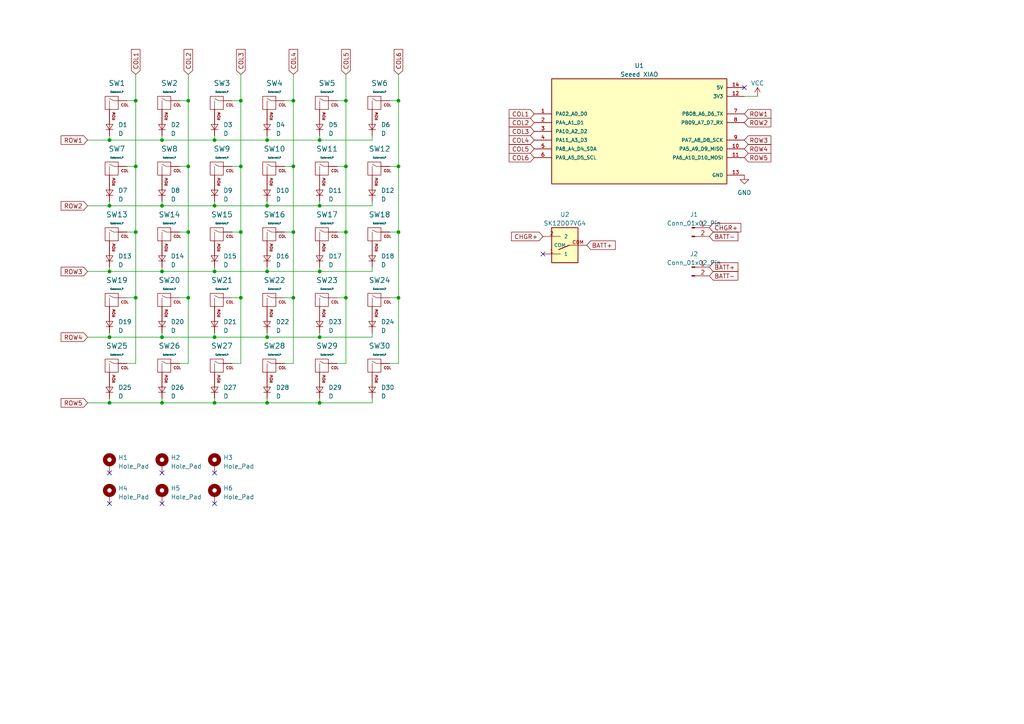
<source format=kicad_sch>
(kicad_sch (version 20230121) (generator eeschema)
  (paper "A4")
  (lib_symbols
    (symbol "Connector:Conn_01x02_Pin" (pin_names (offset 1.016) hide)
      (property "Reference" "J" (at 0 2.54 0))
      (property "Value" "Conn_01x02_Pin" (at 0 -5.08 0))
      (symbol "Conn_01x02_Pin_1_1"
        (polyline (pts (xy 1.27 -2.54) (xy 0.8636 -2.54)) (stroke (width 0.1524)))
        (polyline (pts (xy 1.27 0) (xy 0.8636 0)) (stroke (width 0.1524)))
        (rectangle (start 0.8636 -2.413) (end 0 -2.667) (stroke (width 0.1524)) (fill (type outline)))
        (rectangle (start 0.8636 0.127) (end 0 -0.127) (stroke (width 0.1524)) (fill (type outline)))
        (pin passive line (at 5.08 0 180) (length 3.81) (name "Pin_1") (number "1"))
        (pin passive line (at 5.08 -2.54 180) (length 3.81) (name "Pin_2") (number "2"))
      )
    )
    (symbol "power:GND" (power) (pin_names (offset 0))
      (property "Value" "GND" (at 0 -3.81 0))
      (symbol "GND_0_1"
        (polyline (pts (xy 0 0) (xy 0 -1.27) (xy 1.27 -1.27) (xy 0 -2.54) (xy -1.27 -1.27) (xy 0 -1.27)))
      )
      (symbol "GND_1_1"
        (pin power_in line (at 0 0 270) (length 0) hide (name "GND") (number "1"))
      )
    )
    (symbol "power:VCC" (power) (pin_names (offset 0))
      (property "Value" "VCC" (at 0 3.81 0))
      (symbol "VCC_0_1"
        (polyline (pts (xy -0.762 1.27) (xy 0 2.54)))
        (polyline (pts (xy 0 0) (xy 0 2.54)))
        (polyline (pts (xy 0 2.54) (xy 0.762 1.27)))
      )
      (symbol "VCC_1_1"
        (pin power_in line (at 0 0 90) (length 0) hide (name "VCC") (number "1"))
      )
    )
    (symbol "xiao_256:D" (pin_numbers hide) (pin_names (offset 0.254) hide)
      (property "Reference" "D" (at -1.27 2.032 0))
      (property "Value" "D" (at -1.27 -2.032 0))
      (symbol "D_0_1"
        (polyline (pts (xy -0.762 -1.016) (xy -0.762 1.016)))
        (polyline (pts (xy -0.762 0) (xy 0.762 0)))
        (polyline (pts (xy 0.762 -1.016) (xy -0.762 0) (xy 0.762 1.016) (xy 0.762 -1.016)))
      )
      (symbol "D_1_1"
        (pin passive line (at -2.54 0 0) (length 1.778) (name "K") (number "1"))
        (pin passive line (at 2.54 0 180) (length 1.778) (name "A") (number "2"))
      )
    )
    (symbol "xiao_256:GateronLP" (pin_names (offset 1.016))
      (property "Reference" "SW1" (at 0.8856 6.35 0))
      (property "Value" "GateronLP" (at 0.8856 5.08 0))
      (symbol "GateronLP_0_0"
        (rectangle (start -2.54 2.54) (end 1.27 -1.27))
        (polyline (pts (xy -1.27 -1.27) (xy -1.27 1.27)) (stroke (width 0.127)))
        (polyline (pts (xy 1.27 1.27) (xy 0 1.27) (xy -1.27 1.905)) (stroke (width 0.127)))
        (text "COL" (at 3.175 0 0) (effects (font (size 0.762 0.762))))
        (text "ROW" (at 0 -1.905 900) (effects (font (size 0.762 0.762)) (justify right)))
      )
      (symbol "GateronLP_1_1"
        (pin passive line (at 3.81 1.27 180) (length 2.54) (name "COL") (number "1"))
        (pin passive line (at -1.27 -3.81 90) (length 2.54) (name "ROW") (number "2"))
      )
    )
    (symbol "xiao_256:Hole_Pad" (pin_numbers hide) (pin_names (offset 1.016) hide)
      (property "Reference" "H" (at 0 6.35 0))
      (property "Value" "Hole_Pad" (at 0 4.445 0))
      (symbol "Hole_Pad_0_1"
        (circle (center 0 1.27) (radius 1.27) (stroke (width 1.27)))
      )
      (symbol "Hole_Pad_1_1"
        (pin input line (at 0 -2.54 90) (length 2.54) (name "1") (number "1"))
      )
    )
    (symbol "xiao_256:SK12D07VG4" (pin_names (offset 1.016))
      (property "Reference" "U" (at 0 0 0))
      (property "Value" "SK12D07VG4" (at 0 0 0))
      (symbol "SK12D07VG4_0_0"
        (rectangle (start -5.08 -2.54) (end 5.08 5.08) (stroke (width 0.254)) (fill (type background)))
        (polyline (pts (xy 0 0) (xy -1.27 3.048)) (stroke (width 0.254)))
        (pin bidirectional line (at -2.54 7.62 270) (length 5.08) (name "1") (number "1"))
        (pin bidirectional line (at 2.54 7.62 270) (length 5.08) (name "2") (number "2"))
        (pin bidirectional line (at 0 -5.08 90) (length 5.08) (name "COM") (number "COM"))
      )
    )
    (symbol "xiao_256:Seeed XIAO" (pin_names (offset 1.016))
      (property "Reference" "U" (at -25.4 16.002 0))
      (property "Value" "Seeed XIAO" (at -25.4 -17.78 0))
      (symbol "Seeed XIAO_0_0"
        (rectangle (start -25.4 15.24) (end 25.4 -15.24) (stroke (width 0.254)) (fill (type background)))
        (pin bidirectional line (at -30.48 5.08 0) (length 5.08) (name "PA02_A0_D0") (number "1"))
        (pin bidirectional line (at 30.48 -5.08 180) (length 5.08) (name "PA5_A9_D9_MISO") (number "10"))
        (pin bidirectional line (at 30.48 -7.62 180) (length 5.08) (name "PA6_A10_D10_MOSI") (number "11"))
        (pin power_in line (at 30.48 10.16 180) (length 5.08) (name "3V3") (number "12"))
        (pin power_in line (at 30.48 -12.7 180) (length 5.08) (name "GND") (number "13"))
        (pin power_in line (at 30.48 12.7 180) (length 5.08) (name "5V") (number "14"))
        (pin bidirectional line (at -30.48 2.54 0) (length 5.08) (name "PA4_A1_D1") (number "2"))
        (pin bidirectional line (at -30.48 0 0) (length 5.08) (name "PA10_A2_D2") (number "3"))
        (pin bidirectional line (at -30.48 -2.54 0) (length 5.08) (name "PA11_A3_D3") (number "4"))
        (pin bidirectional line (at -30.48 -5.08 0) (length 5.08) (name "PA8_A4_D4_SDA") (number "5"))
        (pin bidirectional line (at -30.48 -7.62 0) (length 5.08) (name "PA9_A5_D5_SCL") (number "6"))
        (pin bidirectional line (at 30.48 5.08 180) (length 5.08) (name "PB08_A6_D6_TX") (number "7"))
        (pin bidirectional line (at 30.48 2.54 180) (length 5.08) (name "PB09_A7_D7_RX") (number "8"))
        (pin bidirectional line (at 30.48 -2.54 180) (length 5.08) (name "PA7_A8_D8_SCK") (number "9"))
      )
    )
  )
  (junction (at 46.99 40.64))
  (junction (at 115.57 86.36))
  (junction (at 54.61 67.31))
  (junction (at 54.61 29.21))
  (junction (at 31.75 97.79))
  (junction (at 92.71 40.64))
  (junction (at 77.47 78.74))
  (junction (at 39.37 48.26))
  (junction (at 69.85 29.21))
  (junction (at 85.09 67.31))
  (junction (at 46.99 78.74))
  (junction (at 62.23 78.74))
  (junction (at 77.47 59.69))
  (junction (at 39.37 86.36))
  (junction (at 85.09 29.21))
  (junction (at 62.23 116.84))
  (junction (at 92.71 116.84))
  (junction (at 100.33 67.31))
  (junction (at 115.57 29.21))
  (junction (at 77.47 97.79))
  (junction (at 77.47 116.84))
  (junction (at 77.47 40.64))
  (junction (at 31.75 116.84))
  (junction (at 92.71 78.74))
  (junction (at 31.75 40.64))
  (junction (at 69.85 86.36))
  (junction (at 92.71 59.69))
  (junction (at 54.61 48.26))
  (junction (at 85.09 48.26))
  (junction (at 46.99 97.79))
  (junction (at 92.71 97.79))
  (junction (at 39.37 29.21))
  (junction (at 46.99 59.69))
  (junction (at 54.61 86.36))
  (junction (at 69.85 67.31))
  (junction (at 62.23 97.79))
  (junction (at 115.57 67.31))
  (junction (at 115.57 48.26))
  (junction (at 100.33 86.36))
  (junction (at 31.75 59.69))
  (junction (at 31.75 78.74))
  (junction (at 85.09 86.36))
  (junction (at 69.85 48.26))
  (junction (at 100.33 29.21))
  (junction (at 62.23 59.69))
  (junction (at 39.37 67.31))
  (junction (at 100.33 48.26))
  (junction (at 62.23 40.64))
  (junction (at 46.99 116.84))
  (no_connect (at 157.48 73.66))
  (no_connect (at 31.75 146.05))
  (no_connect (at 62.23 146.05))
  (no_connect (at 215.9 25.4))
  (no_connect (at 46.99 146.05))
  (no_connect (at 46.99 137.16))
  (no_connect (at 62.23 137.16))
  (no_connect (at 31.75 137.16))
  (wire (pts (xy 215.9 27.94) (xy 219.71 27.94)))
  (wire (pts (xy 31.75 40.64) (xy 31.75 39.37)))
  (wire (pts (xy 31.75 59.69) (xy 31.75 58.42)))
  (wire (pts (xy 46.99 59.69) (xy 46.99 58.42)))
  (wire (pts (xy 62.23 97.79) (xy 62.23 96.52)))
  (wire (pts (xy 115.57 105.41) (xy 113.03 105.41)))
  (wire (pts (xy 62.23 59.69) (xy 62.23 58.42)))
  (wire (pts (xy 77.47 78.74) (xy 77.47 77.47)))
  (wire (pts (xy 115.57 48.26) (xy 113.03 48.26)))
  (wire (pts (xy 62.23 59.69) (xy 77.47 59.69)))
  (wire (pts (xy 62.23 40.64) (xy 62.23 39.37)))
  (wire (pts (xy 62.23 78.74) (xy 77.47 78.74)))
  (wire (pts (xy 100.33 105.41) (xy 97.79 105.41)))
  (wire (pts (xy 85.09 67.31) (xy 85.09 86.36)))
  (wire (pts (xy 46.99 78.74) (xy 62.23 78.74)))
  (wire (pts (xy 85.09 86.36) (xy 85.09 105.41)))
  (wire (pts (xy 107.95 78.74) (xy 107.95 77.47)))
  (wire (pts (xy 46.99 59.69) (xy 62.23 59.69)))
  (wire (pts (xy 92.71 97.79) (xy 92.71 96.52)))
  (wire (pts (xy 69.85 105.41) (xy 67.31 105.41)))
  (wire (pts (xy 39.37 86.36) (xy 36.83 86.36)))
  (wire (pts (xy 77.47 59.69) (xy 77.47 58.42)))
  (wire (pts (xy 62.23 97.79) (xy 77.47 97.79)))
  (wire (pts (xy 69.85 48.26) (xy 67.31 48.26)))
  (wire (pts (xy 100.33 86.36) (xy 100.33 105.41)))
  (wire (pts (xy 107.95 59.69) (xy 107.95 58.42)))
  (wire (pts (xy 46.99 40.64) (xy 62.23 40.64)))
  (wire (pts (xy 85.09 48.26) (xy 85.09 67.31)))
  (wire (pts (xy 92.71 78.74) (xy 107.95 78.74)))
  (wire (pts (xy 92.71 78.74) (xy 92.71 77.47)))
  (wire (pts (xy 54.61 86.36) (xy 52.07 86.36)))
  (wire (pts (xy 77.47 116.84) (xy 77.47 115.57)))
  (wire (pts (xy 77.47 59.69) (xy 92.71 59.69)))
  (wire (pts (xy 39.37 48.26) (xy 36.83 48.26)))
  (wire (pts (xy 115.57 21.59) (xy 115.57 29.21)))
  (wire (pts (xy 92.71 40.64) (xy 107.95 40.64)))
  (wire (pts (xy 39.37 29.21) (xy 36.83 29.21)))
  (wire (pts (xy 25.4 97.79) (xy 31.75 97.79)))
  (wire (pts (xy 115.57 86.36) (xy 113.03 86.36)))
  (wire (pts (xy 100.33 86.36) (xy 97.79 86.36)))
  (wire (pts (xy 107.95 40.64) (xy 107.95 39.37)))
  (wire (pts (xy 39.37 21.59) (xy 39.37 29.21)))
  (wire (pts (xy 77.47 78.74) (xy 92.71 78.74)))
  (wire (pts (xy 77.47 40.64) (xy 77.47 39.37)))
  (wire (pts (xy 107.95 116.84) (xy 107.95 115.57)))
  (wire (pts (xy 62.23 40.64) (xy 77.47 40.64)))
  (wire (pts (xy 69.85 48.26) (xy 69.85 67.31)))
  (wire (pts (xy 31.75 97.79) (xy 31.75 96.52)))
  (wire (pts (xy 115.57 86.36) (xy 115.57 105.41)))
  (wire (pts (xy 115.57 67.31) (xy 115.57 86.36)))
  (wire (pts (xy 100.33 67.31) (xy 100.33 86.36)))
  (wire (pts (xy 31.75 40.64) (xy 46.99 40.64)))
  (wire (pts (xy 69.85 67.31) (xy 67.31 67.31)))
  (wire (pts (xy 31.75 116.84) (xy 31.75 115.57)))
  (wire (pts (xy 54.61 21.59) (xy 54.61 29.21)))
  (wire (pts (xy 54.61 86.36) (xy 54.61 105.41)))
  (wire (pts (xy 85.09 21.59) (xy 85.09 29.21)))
  (wire (pts (xy 69.85 21.59) (xy 69.85 29.21)))
  (wire (pts (xy 31.75 78.74) (xy 31.75 77.47)))
  (wire (pts (xy 100.33 29.21) (xy 100.33 48.26)))
  (wire (pts (xy 92.71 116.84) (xy 92.71 115.57)))
  (wire (pts (xy 69.85 29.21) (xy 67.31 29.21)))
  (wire (pts (xy 54.61 48.26) (xy 52.07 48.26)))
  (wire (pts (xy 85.09 29.21) (xy 85.09 48.26)))
  (wire (pts (xy 46.99 97.79) (xy 46.99 96.52)))
  (wire (pts (xy 77.47 97.79) (xy 77.47 96.52)))
  (wire (pts (xy 54.61 67.31) (xy 52.07 67.31)))
  (wire (pts (xy 69.85 67.31) (xy 69.85 86.36)))
  (wire (pts (xy 115.57 29.21) (xy 113.03 29.21)))
  (wire (pts (xy 31.75 116.84) (xy 46.99 116.84)))
  (wire (pts (xy 92.71 116.84) (xy 107.95 116.84)))
  (wire (pts (xy 46.99 116.84) (xy 62.23 116.84)))
  (wire (pts (xy 92.71 59.69) (xy 107.95 59.69)))
  (wire (pts (xy 62.23 78.74) (xy 62.23 77.47)))
  (wire (pts (xy 54.61 29.21) (xy 52.07 29.21)))
  (wire (pts (xy 31.75 78.74) (xy 46.99 78.74)))
  (wire (pts (xy 100.33 67.31) (xy 97.79 67.31)))
  (wire (pts (xy 115.57 29.21) (xy 115.57 48.26)))
  (wire (pts (xy 77.47 97.79) (xy 92.71 97.79)))
  (wire (pts (xy 31.75 59.69) (xy 46.99 59.69)))
  (wire (pts (xy 25.4 40.64) (xy 31.75 40.64)))
  (wire (pts (xy 92.71 97.79) (xy 107.95 97.79)))
  (wire (pts (xy 115.57 67.31) (xy 113.03 67.31)))
  (wire (pts (xy 54.61 105.41) (xy 52.07 105.41)))
  (wire (pts (xy 54.61 48.26) (xy 54.61 67.31)))
  (wire (pts (xy 25.4 78.74) (xy 31.75 78.74)))
  (wire (pts (xy 92.71 59.69) (xy 92.71 58.42)))
  (wire (pts (xy 100.33 48.26) (xy 97.79 48.26)))
  (wire (pts (xy 69.85 86.36) (xy 67.31 86.36)))
  (wire (pts (xy 115.57 48.26) (xy 115.57 67.31)))
  (wire (pts (xy 39.37 86.36) (xy 39.37 105.41)))
  (wire (pts (xy 25.4 116.84) (xy 31.75 116.84)))
  (wire (pts (xy 107.95 97.79) (xy 107.95 96.52)))
  (wire (pts (xy 39.37 29.21) (xy 39.37 48.26)))
  (wire (pts (xy 39.37 105.41) (xy 36.83 105.41)))
  (wire (pts (xy 69.85 29.21) (xy 69.85 48.26)))
  (wire (pts (xy 100.33 48.26) (xy 100.33 67.31)))
  (wire (pts (xy 54.61 29.21) (xy 54.61 48.26)))
  (wire (pts (xy 77.47 40.64) (xy 92.71 40.64)))
  (wire (pts (xy 39.37 67.31) (xy 36.83 67.31)))
  (wire (pts (xy 85.09 67.31) (xy 82.55 67.31)))
  (wire (pts (xy 46.99 78.74) (xy 46.99 77.47)))
  (wire (pts (xy 100.33 29.21) (xy 97.79 29.21)))
  (wire (pts (xy 92.71 40.64) (xy 92.71 39.37)))
  (wire (pts (xy 39.37 67.31) (xy 39.37 86.36)))
  (wire (pts (xy 46.99 116.84) (xy 46.99 115.57)))
  (wire (pts (xy 39.37 48.26) (xy 39.37 67.31)))
  (wire (pts (xy 46.99 97.79) (xy 62.23 97.79)))
  (wire (pts (xy 85.09 86.36) (xy 82.55 86.36)))
  (wire (pts (xy 69.85 86.36) (xy 69.85 105.41)))
  (wire (pts (xy 62.23 116.84) (xy 77.47 116.84)))
  (wire (pts (xy 54.61 67.31) (xy 54.61 86.36)))
  (wire (pts (xy 85.09 105.41) (xy 82.55 105.41)))
  (wire (pts (xy 77.47 116.84) (xy 92.71 116.84)))
  (wire (pts (xy 25.4 59.69) (xy 31.75 59.69)))
  (wire (pts (xy 46.99 40.64) (xy 46.99 39.37)))
  (wire (pts (xy 85.09 48.26) (xy 82.55 48.26)))
  (wire (pts (xy 31.75 97.79) (xy 46.99 97.79)))
  (wire (pts (xy 62.23 116.84) (xy 62.23 115.57)))
  (wire (pts (xy 85.09 29.21) (xy 82.55 29.21)))
  (wire (pts (xy 100.33 21.59) (xy 100.33 29.21)))
  (global_label "COL1" (shape input) (at 39.37 21.59 90) (property "Intersheetrefs" "${INTERSHEET_REFS}" (effects hide)))
  (global_label "COL5" (shape input) (at 154.94 43.18 180) (property "Intersheetrefs" "${INTERSHEET_REFS}" (effects hide)))
  (global_label "BATT-" (shape input) (at 205.74 80.01 0) (property "Intersheetrefs" "${INTERSHEET_REFS}" (effects hide)))
  (global_label "BATT-" (shape input) (at 205.74 68.58 0) (property "Intersheetrefs" "${INTERSHEET_REFS}" (effects hide)))
  (global_label "ROW2" (shape input) (at 25.4 59.69 180) (property "Intersheetrefs" "${INTERSHEET_REFS}" (effects hide)))
  (global_label "BATT+" (shape input) (at 170.18 71.12 0) (property "Intersheetrefs" "${INTERSHEET_REFS}" (effects hide)))
  (global_label "ROW1" (shape input) (at 215.9 33.02 0) (property "Intersheetrefs" "${INTERSHEET_REFS}" (effects hide)))
  (global_label "ROW3" (shape input) (at 25.4 78.74 180) (property "Intersheetrefs" "${INTERSHEET_REFS}" (effects hide)))
  (global_label "COL4" (shape input) (at 85.09 21.59 90) (property "Intersheetrefs" "${INTERSHEET_REFS}" (effects hide)))
  (global_label "COL6" (shape input) (at 154.94 45.72 180) (property "Intersheetrefs" "${INTERSHEET_REFS}" (effects hide)))
  (global_label "ROW5" (shape input) (at 25.4 116.84 180) (property "Intersheetrefs" "${INTERSHEET_REFS}" (effects hide)))
  (global_label "COL5" (shape input) (at 100.33 21.59 90) (property "Intersheetrefs" "${INTERSHEET_REFS}" (effects hide)))
  (global_label "ROW4" (shape input) (at 215.9 43.18 0) (property "Intersheetrefs" "${INTERSHEET_REFS}" (effects hide)))
  (global_label "COL4" (shape input) (at 154.94 40.64 180) (property "Intersheetrefs" "${INTERSHEET_REFS}" (effects hide)))
  (global_label "BATT+" (shape input) (at 205.74 77.47 0) (property "Intersheetrefs" "${INTERSHEET_REFS}" (effects hide)))
  (global_label "COL3" (shape input) (at 154.94 38.1 180) (property "Intersheetrefs" "${INTERSHEET_REFS}" (effects hide)))
  (global_label "ROW2" (shape input) (at 215.9 35.56 0) (property "Intersheetrefs" "${INTERSHEET_REFS}" (effects hide)))
  (global_label "CHGR+" (shape input) (at 205.74 66.04 0) (property "Intersheetrefs" "${INTERSHEET_REFS}" (effects hide)))
  (global_label "COL1" (shape input) (at 154.94 33.02 180) (property "Intersheetrefs" "${INTERSHEET_REFS}" (effects hide)))
  (global_label "ROW3" (shape input) (at 215.9 40.64 0) (property "Intersheetrefs" "${INTERSHEET_REFS}" (effects hide)))
  (global_label "ROW4" (shape input) (at 25.4 97.79 180) (property "Intersheetrefs" "${INTERSHEET_REFS}" (effects hide)))
  (global_label "ROW1" (shape input) (at 25.4 40.64 180) (property "Intersheetrefs" "${INTERSHEET_REFS}" (effects hide)))
  (global_label "ROW5" (shape input) (at 215.9 45.72 0) (property "Intersheetrefs" "${INTERSHEET_REFS}" (effects hide)))
  (global_label "COL2" (shape input) (at 54.61 21.59 90) (property "Intersheetrefs" "${INTERSHEET_REFS}" (effects hide)))
  (global_label "COL3" (shape input) (at 69.85 21.59 90) (property "Intersheetrefs" "${INTERSHEET_REFS}" (effects hide)))
  (global_label "COL6" (shape input) (at 115.57 21.59 90) (property "Intersheetrefs" "${INTERSHEET_REFS}" (effects hide)))
  (global_label "COL2" (shape input) (at 154.94 35.56 180) (property "Intersheetrefs" "${INTERSHEET_REFS}" (effects hide)))
  (global_label "CHGR+" (shape input) (at 157.48 68.58 180) (property "Intersheetrefs" "${INTERSHEET_REFS}" (effects hide)))
  (symbol (lib_id "xiao_256:GateronLP") (at 78.74 106.68 0) (unit 1)
    (property "Reference" "SW28" (at 79.6232 100.33 0) (effects (font (size 1.524 1.524))))
    (property "Value" "GateronLP" (at 79.6232 102.87 0) (effects (font (size 0.508 0.508))))
    (property "Footprint" "xiao_256:SW_Gateron_LO_PRO_1.00u_NO_LED_REVERSABLE_PCB" (effects hide))
  )
  (symbol (lib_id "xiao_256:D") (at 46.99 55.88 90) (unit 1)
    (property "Reference" "D8" (at 49.53 55.245 90) (effects (justify right)))
    (property "Value" "D" (at 49.53 57.785 90) (effects (justify right)))
    (property "Footprint" "xiao_256:D_DO-35_SOD27_P7.62mm_Horizontal" (effects hide))
  )
  (symbol (lib_id "xiao_256:D") (at 107.95 55.88 90) (unit 1)
    (property "Reference" "D12" (at 110.49 55.245 90) (effects (justify right)))
    (property "Value" "D" (at 110.49 57.785 90) (effects (justify right)))
    (property "Footprint" "xiao_256:D_DO-35_SOD27_P7.62mm_Horizontal" (effects hide))
  )
  (symbol (lib_id "xiao_256:D") (at 62.23 113.03 90) (unit 1)
    (property "Reference" "D27" (at 64.77 112.395 90) (effects (justify right)))
    (property "Value" "D" (at 64.77 114.935 90) (effects (justify right)))
    (property "Footprint" "xiao_256:D_DO-35_SOD27_P7.62mm_Horizontal" (effects hide))
  )
  (symbol (lib_id "xiao_256:GateronLP") (at 78.74 87.63 0) (unit 1)
    (property "Reference" "SW22" (at 79.6232 81.28 0) (effects (font (size 1.524 1.524))))
    (property "Value" "GateronLP" (at 79.6232 83.82 0) (effects (font (size 0.508 0.508))))
    (property "Footprint" "xiao_256:SW_Gateron_LO_PRO_1.00u_NO_LED_REVERSABLE_PCB" (effects hide))
  )
  (symbol (lib_id "xiao_256:D") (at 46.99 36.83 90) (unit 1)
    (property "Reference" "D2" (at 49.53 36.195 90) (effects (justify right)))
    (property "Value" "D" (at 49.53 38.735 90) (effects (justify right)))
    (property "Footprint" "xiao_256:D_DO-35_SOD27_P7.62mm_Horizontal" (effects hide))
  )
  (symbol (lib_id "xiao_256:GateronLP") (at 33.02 30.48 0) (unit 1)
    (property "Reference" "SW1" (at 33.9032 24.13 0) (effects (font (size 1.524 1.524))))
    (property "Value" "GateronLP" (at 33.9032 26.67 0) (effects (font (size 0.508 0.508))))
    (property "Footprint" "xiao_256:SW_Gateron_LO_PRO_1.00u_NO_LED_REVERSABLE_PCB" (effects hide))
  )
  (symbol (lib_id "xiao_256:GateronLP") (at 33.02 68.58 0) (unit 1)
    (property "Reference" "SW13" (at 33.9032 62.23 0) (effects (font (size 1.524 1.524))))
    (property "Value" "GateronLP" (at 33.9032 64.77 0) (effects (font (size 0.508 0.508))))
    (property "Footprint" "xiao_256:SW_Gateron_LO_PRO_1.00u_NO_LED_REVERSABLE_PCB" (effects hide))
  )
  (symbol (lib_id "xiao_256:GateronLP") (at 48.26 68.58 0) (unit 1)
    (property "Reference" "SW14" (at 49.1432 62.23 0) (effects (font (size 1.524 1.524))))
    (property "Value" "GateronLP" (at 49.1432 64.77 0) (effects (font (size 0.508 0.508))))
    (property "Footprint" "xiao_256:SW_Gateron_LO_PRO_1.00u_NO_LED_REVERSABLE_PCB" (effects hide))
  )
  (symbol (lib_id "xiao_256:D") (at 92.71 113.03 90) (unit 1)
    (property "Reference" "D29" (at 95.25 112.395 90) (effects (justify right)))
    (property "Value" "D" (at 95.25 114.935 90) (effects (justify right)))
    (property "Footprint" "xiao_256:D_DO-35_SOD27_P7.62mm_Horizontal" (effects hide))
  )
  (symbol (lib_id "xiao_256:D") (at 92.71 93.98 90) (unit 1)
    (property "Reference" "D23" (at 95.25 93.345 90) (effects (justify right)))
    (property "Value" "D" (at 95.25 95.885 90) (effects (justify right)))
    (property "Footprint" "xiao_256:D_DO-35_SOD27_P7.62mm_Horizontal" (effects hide))
  )
  (symbol (lib_id "xiao_256:GateronLP") (at 63.5 68.58 0) (unit 1)
    (property "Reference" "SW15" (at 64.3832 62.23 0) (effects (font (size 1.524 1.524))))
    (property "Value" "GateronLP" (at 64.3832 64.77 0) (effects (font (size 0.508 0.508))))
    (property "Footprint" "xiao_256:SW_Gateron_LO_PRO_1.00u_NO_LED_REVERSABLE_PCB" (effects hide))
  )
  (symbol (lib_id "xiao_256:D") (at 46.99 74.93 90) (unit 1)
    (property "Reference" "D14" (at 49.53 74.295 90) (effects (justify right)))
    (property "Value" "D" (at 49.53 76.835 90) (effects (justify right)))
    (property "Footprint" "xiao_256:D_DO-35_SOD27_P7.62mm_Horizontal" (effects hide))
  )
  (symbol (lib_id "xiao_256:GateronLP") (at 109.22 49.53 0) (unit 1)
    (property "Reference" "SW12" (at 110.1032 43.18 0) (effects (font (size 1.524 1.524))))
    (property "Value" "GateronLP" (at 110.1032 45.72 0) (effects (font (size 0.508 0.508))))
    (property "Footprint" "xiao_256:SW_Gateron_LO_PRO_1.00u_NO_LED_REVERSABLE_PCB" (effects hide))
  )
  (symbol (lib_id "xiao_256:D") (at 46.99 93.98 90) (unit 1)
    (property "Reference" "D20" (at 49.53 93.345 90) (effects (justify right)))
    (property "Value" "D" (at 49.53 95.885 90) (effects (justify right)))
    (property "Footprint" "xiao_256:D_DO-35_SOD27_P7.62mm_Horizontal" (effects hide))
  )
  (symbol (lib_id "xiao_256:SK12D07VG4") (at 165.1 71.12 90) (unit 1)
    (property "Reference" "U2" (at 163.83 62.23 90))
    (property "Value" "SK12D07VG4" (at 163.83 64.77 90))
    (property "Footprint" "xiao_256:SK12D07VG4" (effects hide))
  )
  (symbol (lib_id "xiao_256:D") (at 31.75 36.83 90) (unit 1)
    (property "Reference" "D1" (at 34.29 36.195 90) (effects (justify right)))
    (property "Value" "D" (at 34.29 38.735 90) (effects (justify right)))
    (property "Footprint" "xiao_256:D_DO-35_SOD27_P7.62mm_Horizontal" (effects hide))
  )
  (symbol (lib_id "xiao_256:D") (at 92.71 74.93 90) (unit 1)
    (property "Reference" "D17" (at 95.25 74.295 90) (effects (justify right)))
    (property "Value" "D" (at 95.25 76.835 90) (effects (justify right)))
    (property "Footprint" "xiao_256:D_DO-35_SOD27_P7.62mm_Horizontal" (effects hide))
  )
  (symbol (lib_id "xiao_256:D") (at 62.23 55.88 90) (unit 1)
    (property "Reference" "D9" (at 64.77 55.245 90) (effects (justify right)))
    (property "Value" "D" (at 64.77 57.785 90) (effects (justify right)))
    (property "Footprint" "xiao_256:D_DO-35_SOD27_P7.62mm_Horizontal" (effects hide))
  )
  (symbol (lib_id "xiao_256:GateronLP") (at 33.02 106.68 0) (unit 1)
    (property "Reference" "SW25" (at 33.9032 100.33 0) (effects (font (size 1.524 1.524))))
    (property "Value" "GateronLP" (at 33.9032 102.87 0) (effects (font (size 0.508 0.508))))
    (property "Footprint" "xiao_256:SW_Gateron_LO_PRO_1.00u_NO_LED_REVERSABLE_PCB" (effects hide))
  )
  (symbol (lib_id "xiao_256:Hole_Pad") (at 46.99 143.51 0) (unit 1)
    (property "Reference" "H5" (at 49.53 141.605 0) (effects (justify left)))
    (property "Value" "Hole_Pad" (at 49.53 144.145 0) (effects (justify left)))
    (property "Footprint" "xiao_256:Mount_M2" (effects hide))
  )
  (symbol (lib_id "xiao_256:D") (at 62.23 93.98 90) (unit 1)
    (property "Reference" "D21" (at 64.77 93.345 90) (effects (justify right)))
    (property "Value" "D" (at 64.77 95.885 90) (effects (justify right)))
    (property "Footprint" "xiao_256:D_DO-35_SOD27_P7.62mm_Horizontal" (effects hide))
  )
  (symbol (lib_id "power:GND") (at 215.9 50.8 0) (unit 1)
    (property "Reference" "#PWR01" (effects hide))
    (property "Value" "GND" (at 215.9 55.88 0))
  )
  (symbol (lib_id "xiao_256:D") (at 62.23 74.93 90) (unit 1)
    (property "Reference" "D15" (at 64.77 74.295 90) (effects (justify right)))
    (property "Value" "D" (at 64.77 76.835 90) (effects (justify right)))
    (property "Footprint" "xiao_256:D_DO-35_SOD27_P7.62mm_Horizontal" (effects hide))
  )
  (symbol (lib_id "xiao_256:GateronLP") (at 109.22 87.63 0) (unit 1)
    (property "Reference" "SW24" (at 110.1032 81.28 0) (effects (font (size 1.524 1.524))))
    (property "Value" "GateronLP" (at 110.1032 83.82 0) (effects (font (size 0.508 0.508))))
    (property "Footprint" "xiao_256:SW_Gateron_LO_PRO_1.00u_NO_LED_REVERSABLE_PCB" (effects hide))
  )
  (symbol (lib_id "xiao_256:GateronLP") (at 109.22 68.58 0) (unit 1)
    (property "Reference" "SW18" (at 110.1032 62.23 0) (effects (font (size 1.524 1.524))))
    (property "Value" "GateronLP" (at 110.1032 64.77 0) (effects (font (size 0.508 0.508))))
    (property "Footprint" "xiao_256:SW_Gateron_LO_PRO_1.00u_NO_LED_REVERSABLE_PCB" (effects hide))
  )
  (symbol (lib_id "Connector:Conn_01x02_Pin") (at 200.66 77.47 0) (unit 1)
    (property "Reference" "J2" (at 201.295 73.66 0))
    (property "Value" "Conn_01x02_Pin" (at 201.295 76.2 0))
    (property "Footprint" "xiao_256:PinHeader_1x02_P2.54mm_Vertical" (effects hide))
  )
  (symbol (lib_id "xiao_256:D") (at 46.99 113.03 90) (unit 1)
    (property "Reference" "D26" (at 49.53 112.395 90) (effects (justify right)))
    (property "Value" "D" (at 49.53 114.935 90) (effects (justify right)))
    (property "Footprint" "xiao_256:D_DO-35_SOD27_P7.62mm_Horizontal" (effects hide))
  )
  (symbol (lib_id "Connector:Conn_01x02_Pin") (at 200.66 66.04 0) (unit 1)
    (property "Reference" "J1" (at 201.295 62.23 0))
    (property "Value" "Conn_01x02_Pin" (at 201.295 64.77 0))
    (property "Footprint" "xiao_256:PinHeader_1x02_P2.54mm_Vertical" (effects hide))
  )
  (symbol (lib_id "xiao_256:GateronLP") (at 93.98 87.63 0) (unit 1)
    (property "Reference" "SW23" (at 94.8632 81.28 0) (effects (font (size 1.524 1.524))))
    (property "Value" "GateronLP" (at 94.8632 83.82 0) (effects (font (size 0.508 0.508))))
    (property "Footprint" "xiao_256:SW_Gateron_LO_PRO_1.00u_NO_LED_REVERSABLE_PCB" (effects hide))
  )
  (symbol (lib_id "xiao_256:D") (at 77.47 93.98 90) (unit 1)
    (property "Reference" "D22" (at 80.01 93.345 90) (effects (justify right)))
    (property "Value" "D" (at 80.01 95.885 90) (effects (justify right)))
    (property "Footprint" "xiao_256:D_DO-35_SOD27_P7.62mm_Horizontal" (effects hide))
  )
  (symbol (lib_id "xiao_256:GateronLP") (at 93.98 68.58 0) (unit 1)
    (property "Reference" "SW17" (at 94.8632 62.23 0) (effects (font (size 1.524 1.524))))
    (property "Value" "GateronLP" (at 94.8632 64.77 0) (effects (font (size 0.508 0.508))))
    (property "Footprint" "xiao_256:SW_Gateron_LO_PRO_1.00u_NO_LED_REVERSABLE_PCB" (effects hide))
  )
  (symbol (lib_id "xiao_256:D") (at 77.47 36.83 90) (unit 1)
    (property "Reference" "D4" (at 80.01 36.195 90) (effects (justify right)))
    (property "Value" "D" (at 80.01 38.735 90) (effects (justify right)))
    (property "Footprint" "xiao_256:D_DO-35_SOD27_P7.62mm_Horizontal" (effects hide))
  )
  (symbol (lib_id "xiao_256:GateronLP") (at 78.74 49.53 0) (unit 1)
    (property "Reference" "SW10" (at 79.6232 43.18 0) (effects (font (size 1.524 1.524))))
    (property "Value" "GateronLP" (at 79.6232 45.72 0) (effects (font (size 0.508 0.508))))
    (property "Footprint" "xiao_256:SW_Gateron_LO_PRO_1.00u_NO_LED_REVERSABLE_PCB" (effects hide))
  )
  (symbol (lib_id "xiao_256:GateronLP") (at 109.22 106.68 0) (unit 1)
    (property "Reference" "SW30" (at 110.1032 100.33 0) (effects (font (size 1.524 1.524))))
    (property "Value" "GateronLP" (at 110.1032 102.87 0) (effects (font (size 0.508 0.508))))
    (property "Footprint" "xiao_256:SW_Gateron_LO_PRO_1.00u_NO_LED_REVERSABLE_PCB" (effects hide))
  )
  (symbol (lib_id "xiao_256:GateronLP") (at 48.26 30.48 0) (unit 1)
    (property "Reference" "SW2" (at 49.1432 24.13 0) (effects (font (size 1.524 1.524))))
    (property "Value" "GateronLP" (at 49.1432 26.67 0) (effects (font (size 0.508 0.508))))
    (property "Footprint" "xiao_256:SW_Gateron_LO_PRO_1.00u_NO_LED_REVERSABLE_PCB" (effects hide))
  )
  (symbol (lib_id "xiao_256:Hole_Pad") (at 31.75 143.51 0) (unit 1)
    (property "Reference" "H4" (at 34.29 141.605 0) (effects (justify left)))
    (property "Value" "Hole_Pad" (at 34.29 144.145 0) (effects (justify left)))
    (property "Footprint" "xiao_256:Mount_M2" (effects hide))
  )
  (symbol (lib_id "xiao_256:D") (at 31.75 93.98 90) (unit 1)
    (property "Reference" "D19" (at 34.29 93.345 90) (effects (justify right)))
    (property "Value" "D" (at 34.29 95.885 90) (effects (justify right)))
    (property "Footprint" "xiao_256:D_DO-35_SOD27_P7.62mm_Horizontal" (effects hide))
  )
  (symbol (lib_id "xiao_256:GateronLP") (at 78.74 30.48 0) (unit 1)
    (property "Reference" "SW4" (at 79.6232 24.13 0) (effects (font (size 1.524 1.524))))
    (property "Value" "GateronLP" (at 79.6232 26.67 0) (effects (font (size 0.508 0.508))))
    (property "Footprint" "xiao_256:SW_Gateron_LO_PRO_1.00u_NO_LED_REVERSABLE_PCB" (effects hide))
  )
  (symbol (lib_id "xiao_256:D") (at 107.95 36.83 90) (unit 1)
    (property "Reference" "D6" (at 110.49 36.195 90) (effects (justify right)))
    (property "Value" "D" (at 110.49 38.735 90) (effects (justify right)))
    (property "Footprint" "xiao_256:D_DO-35_SOD27_P7.62mm_Horizontal" (effects hide))
  )
  (symbol (lib_id "xiao_256:GateronLP") (at 48.26 106.68 0) (unit 1)
    (property "Reference" "SW26" (at 49.1432 100.33 0) (effects (font (size 1.524 1.524))))
    (property "Value" "GateronLP" (at 49.1432 102.87 0) (effects (font (size 0.508 0.508))))
    (property "Footprint" "xiao_256:SW_Gateron_LO_PRO_1.00u_NO_LED_REVERSABLE_PCB" (effects hide))
  )
  (symbol (lib_id "xiao_256:D") (at 92.71 55.88 90) (unit 1)
    (property "Reference" "D11" (at 95.25 55.245 90) (effects (justify right)))
    (property "Value" "D" (at 95.25 57.785 90) (effects (justify right)))
    (property "Footprint" "xiao_256:D_DO-35_SOD27_P7.62mm_Horizontal" (effects hide))
  )
  (symbol (lib_id "xiao_256:D") (at 31.75 113.03 90) (unit 1)
    (property "Reference" "D25" (at 34.29 112.395 90) (effects (justify right)))
    (property "Value" "D" (at 34.29 114.935 90) (effects (justify right)))
    (property "Footprint" "xiao_256:D_DO-35_SOD27_P7.62mm_Horizontal" (effects hide))
  )
  (symbol (lib_id "xiao_256:D") (at 77.47 74.93 90) (unit 1)
    (property "Reference" "D16" (at 80.01 74.295 90) (effects (justify right)))
    (property "Value" "D" (at 80.01 76.835 90) (effects (justify right)))
    (property "Footprint" "xiao_256:D_DO-35_SOD27_P7.62mm_Horizontal" (effects hide))
  )
  (symbol (lib_id "xiao_256:D") (at 107.95 113.03 90) (unit 1)
    (property "Reference" "D30" (at 110.49 112.395 90) (effects (justify right)))
    (property "Value" "D" (at 110.49 114.935 90) (effects (justify right)))
    (property "Footprint" "xiao_256:D_DO-35_SOD27_P7.62mm_Horizontal" (effects hide))
  )
  (symbol (lib_id "power:VCC") (at 219.71 27.94 0) (unit 1)
    (property "Reference" "#PWR02" (effects hide))
    (property "Value" "VCC" (at 219.71 24.13 0))
  )
  (symbol (lib_id "xiao_256:GateronLP") (at 48.26 87.63 0) (unit 1)
    (property "Reference" "SW20" (at 49.1432 81.28 0) (effects (font (size 1.524 1.524))))
    (property "Value" "GateronLP" (at 49.1432 83.82 0) (effects (font (size 0.508 0.508))))
    (property "Footprint" "xiao_256:SW_Gateron_LO_PRO_1.00u_NO_LED_REVERSABLE_PCB" (effects hide))
  )
  (symbol (lib_id "xiao_256:GateronLP") (at 78.74 68.58 0) (unit 1)
    (property "Reference" "SW16" (at 79.6232 62.23 0) (effects (font (size 1.524 1.524))))
    (property "Value" "GateronLP" (at 79.6232 64.77 0) (effects (font (size 0.508 0.508))))
    (property "Footprint" "xiao_256:SW_Gateron_LO_PRO_1.00u_NO_LED_REVERSABLE_PCB" (effects hide))
  )
  (symbol (lib_id "xiao_256:GateronLP") (at 63.5 87.63 0) (unit 1)
    (property "Reference" "SW21" (at 64.3832 81.28 0) (effects (font (size 1.524 1.524))))
    (property "Value" "GateronLP" (at 64.3832 83.82 0) (effects (font (size 0.508 0.508))))
    (property "Footprint" "xiao_256:SW_Gateron_LO_PRO_1.00u_NO_LED_REVERSABLE_PCB" (effects hide))
  )
  (symbol (lib_id "xiao_256:D") (at 107.95 74.93 90) (unit 1)
    (property "Reference" "D18" (at 110.49 74.295 90) (effects (justify right)))
    (property "Value" "D" (at 110.49 76.835 90) (effects (justify right)))
    (property "Footprint" "xiao_256:D_DO-35_SOD27_P7.62mm_Horizontal" (effects hide))
  )
  (symbol (lib_id "xiao_256:GateronLP") (at 63.5 49.53 0) (unit 1)
    (property "Reference" "SW9" (at 64.3832 43.18 0) (effects (font (size 1.524 1.524))))
    (property "Value" "GateronLP" (at 64.3832 45.72 0) (effects (font (size 0.508 0.508))))
    (property "Footprint" "xiao_256:SW_Gateron_LO_PRO_1.00u_NO_LED_REVERSABLE_PCB" (effects hide))
  )
  (symbol (lib_id "xiao_256:D") (at 31.75 55.88 90) (unit 1)
    (property "Reference" "D7" (at 34.29 55.245 90) (effects (justify right)))
    (property "Value" "D" (at 34.29 57.785 90) (effects (justify right)))
    (property "Footprint" "xiao_256:D_DO-35_SOD27_P7.62mm_Horizontal" (effects hide))
  )
  (symbol (lib_id "xiao_256:D") (at 107.95 93.98 90) (unit 1)
    (property "Reference" "D24" (at 110.49 93.345 90) (effects (justify right)))
    (property "Value" "D" (at 110.49 95.885 90) (effects (justify right)))
    (property "Footprint" "xiao_256:D_DO-35_SOD27_P7.62mm_Horizontal" (effects hide))
  )
  (symbol (lib_id "xiao_256:D") (at 92.71 36.83 90) (unit 1)
    (property "Reference" "D5" (at 95.25 36.195 90) (effects (justify right)))
    (property "Value" "D" (at 95.25 38.735 90) (effects (justify right)))
    (property "Footprint" "xiao_256:D_DO-35_SOD27_P7.62mm_Horizontal" (effects hide))
  )
  (symbol (lib_id "xiao_256:GateronLP") (at 63.5 30.48 0) (unit 1)
    (property "Reference" "SW3" (at 64.3832 24.13 0) (effects (font (size 1.524 1.524))))
    (property "Value" "GateronLP" (at 64.3832 26.67 0) (effects (font (size 0.508 0.508))))
    (property "Footprint" "xiao_256:SW_Gateron_LO_PRO_1.00u_NO_LED_REVERSABLE_PCB" (effects hide))
  )
  (symbol (lib_id "xiao_256:D") (at 62.23 36.83 90) (unit 1)
    (property "Reference" "D3" (at 64.77 36.195 90) (effects (justify right)))
    (property "Value" "D" (at 64.77 38.735 90) (effects (justify right)))
    (property "Footprint" "xiao_256:D_DO-35_SOD27_P7.62mm_Horizontal" (effects hide))
  )
  (symbol (lib_id "xiao_256:Hole_Pad") (at 31.75 134.62 0) (unit 1)
    (property "Reference" "H1" (at 34.29 132.715 0) (effects (justify left)))
    (property "Value" "Hole_Pad" (at 34.29 135.255 0) (effects (justify left)))
    (property "Footprint" "xiao_256:Mount_M2" (effects hide))
  )
  (symbol (lib_id "xiao_256:GateronLP") (at 93.98 106.68 0) (unit 1)
    (property "Reference" "SW29" (at 94.8632 100.33 0) (effects (font (size 1.524 1.524))))
    (property "Value" "GateronLP" (at 94.8632 102.87 0) (effects (font (size 0.508 0.508))))
    (property "Footprint" "xiao_256:SW_Gateron_LO_PRO_1.00u_NO_LED_REVERSABLE_PCB" (effects hide))
  )
  (symbol (lib_id "xiao_256:GateronLP") (at 93.98 49.53 0) (unit 1)
    (property "Reference" "SW11" (at 94.8632 43.18 0) (effects (font (size 1.524 1.524))))
    (property "Value" "GateronLP" (at 94.8632 45.72 0) (effects (font (size 0.508 0.508))))
    (property "Footprint" "xiao_256:SW_Gateron_LO_PRO_1.00u_NO_LED_REVERSABLE_PCB" (effects hide))
  )
  (symbol (lib_id "xiao_256:Hole_Pad") (at 46.99 134.62 0) (unit 1)
    (property "Reference" "H2" (at 49.53 132.715 0) (effects (justify left)))
    (property "Value" "Hole_Pad" (at 49.53 135.255 0) (effects (justify left)))
    (property "Footprint" "xiao_256:Mount_M2" (effects hide))
  )
  (symbol (lib_id "xiao_256:GateronLP") (at 33.02 87.63 0) (unit 1)
    (property "Reference" "SW19" (at 33.9032 81.28 0) (effects (font (size 1.524 1.524))))
    (property "Value" "GateronLP" (at 33.9032 83.82 0) (effects (font (size 0.508 0.508))))
    (property "Footprint" "xiao_256:SW_Gateron_LO_PRO_1.00u_NO_LED_REVERSABLE_PCB" (effects hide))
  )
  (symbol (lib_id "xiao_256:D") (at 31.75 74.93 90) (unit 1)
    (property "Reference" "D13" (at 34.29 74.295 90) (effects (justify right)))
    (property "Value" "D" (at 34.29 76.835 90) (effects (justify right)))
    (property "Footprint" "xiao_256:D_DO-35_SOD27_P7.62mm_Horizontal" (effects hide))
  )
  (symbol (lib_id "xiao_256:Hole_Pad") (at 62.23 143.51 0) (unit 1)
    (property "Reference" "H6" (at 64.77 141.605 0) (effects (justify left)))
    (property "Value" "Hole_Pad" (at 64.77 144.145 0) (effects (justify left)))
    (property "Footprint" "xiao_256:Mount_M2" (effects hide))
  )
  (symbol (lib_id "xiao_256:GateronLP") (at 109.22 30.48 0) (unit 1)
    (property "Reference" "SW6" (at 110.1032 24.13 0) (effects (font (size 1.524 1.524))))
    (property "Value" "GateronLP" (at 110.1032 26.67 0) (effects (font (size 0.508 0.508))))
    (property "Footprint" "xiao_256:SW_Gateron_LO_PRO_1.00u_NO_LED_REVERSABLE_PCB" (effects hide))
  )
  (symbol (lib_id "xiao_256:D") (at 77.47 113.03 90) (unit 1)
    (property "Reference" "D28" (at 80.01 112.395 90) (effects (justify right)))
    (property "Value" "D" (at 80.01 114.935 90) (effects (justify right)))
    (property "Footprint" "xiao_256:D_DO-35_SOD27_P7.62mm_Horizontal" (effects hide))
  )
  (symbol (lib_id "xiao_256:D") (at 77.47 55.88 90) (unit 1)
    (property "Reference" "D10" (at 80.01 55.245 90) (effects (justify right)))
    (property "Value" "D" (at 80.01 57.785 90) (effects (justify right)))
    (property "Footprint" "xiao_256:D_DO-35_SOD27_P7.62mm_Horizontal" (effects hide))
  )
  (symbol (lib_id "xiao_256:GateronLP") (at 63.5 106.68 0) (unit 1)
    (property "Reference" "SW27" (at 64.3832 100.33 0) (effects (font (size 1.524 1.524))))
    (property "Value" "GateronLP" (at 64.3832 102.87 0) (effects (font (size 0.508 0.508))))
    (property "Footprint" "xiao_256:SW_Gateron_LO_PRO_1.00u_NO_LED_REVERSABLE_PCB" (effects hide))
  )
  (symbol (lib_id "xiao_256:Seeed XIAO") (at 185.42 38.1 0) (unit 1)
    (property "Reference" "U1" (at 185.42 19.05 0))
    (property "Value" "Seeed XIAO" (at 185.42 21.59 0))
    (property "Footprint" "xiao_256:Seeed Xiao flip" (effects hide))
    (property "SNAPEDA_PN" "102010388" (effects hide))
    (property "MAXIMUM_PACKAGE_HEIGHT" "N/A" (effects hide))
    (property "MANUFACTURER" "Seeed Technology" (effects hide))
    (property "PARTREV" "N/A" (effects hide))
    (property "STANDARD" "Manufacturer Recommendations" (effects hide))
  )
  (symbol (lib_id "xiao_256:GateronLP") (at 48.26 49.53 0) (unit 1)
    (property "Reference" "SW8" (at 49.1432 43.18 0) (effects (font (size 1.524 1.524))))
    (property "Value" "GateronLP" (at 49.1432 45.72 0) (effects (font (size 0.508 0.508))))
    (property "Footprint" "xiao_256:SW_Gateron_LO_PRO_1.00u_NO_LED_REVERSABLE_PCB" (effects hide))
  )
  (symbol (lib_id "xiao_256:GateronLP") (at 33.02 49.53 0) (unit 1)
    (property "Reference" "SW7" (at 33.9032 43.18 0) (effects (font (size 1.524 1.524))))
    (property "Value" "GateronLP" (at 33.9032 45.72 0) (effects (font (size 0.508 0.508))))
    (property "Footprint" "xiao_256:SW_Gateron_LO_PRO_1.00u_NO_LED_REVERSABLE_PCB" (effects hide))
  )
  (symbol (lib_id "xiao_256:Hole_Pad") (at 62.23 134.62 0) (unit 1)
    (property "Reference" "H3" (at 64.77 132.715 0) (effects (justify left)))
    (property "Value" "Hole_Pad" (at 64.77 135.255 0) (effects (justify left)))
    (property "Footprint" "xiao_256:Mount_M2" (effects hide))
  )
  (symbol (lib_id "xiao_256:GateronLP") (at 93.98 30.48 0) (unit 1)
    (property "Reference" "SW5" (at 94.8632 24.13 0) (effects (font (size 1.524 1.524))))
    (property "Value" "GateronLP" (at 94.8632 26.67 0) (effects (font (size 0.508 0.508))))
    (property "Footprint" "xiao_256:SW_Gateron_LO_PRO_1.00u_NO_LED_REVERSABLE_PCB" (effects hide))
  )
)
</source>
